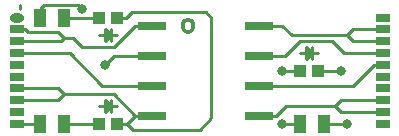
<source format=gbr>
G04 #@! TF.GenerationSoftware,KiCad,Pcbnew,(5.0.0)*
G04 #@! TF.CreationDate,2019-04-19T16:06:08+03:00*
G04 #@! TF.ProjectId,can_adapter,63616E5F616461707465722E6B696361,rev?*
G04 #@! TF.SameCoordinates,Original*
G04 #@! TF.FileFunction,Copper,L1,Top,Signal*
G04 #@! TF.FilePolarity,Positive*
%FSLAX46Y46*%
G04 Gerber Fmt 4.6, Leading zero omitted, Abs format (unit mm)*
G04 Created by KiCad (PCBNEW (5.0.0)) date 04/19/19 16:06:08*
%MOMM*%
%LPD*%
G01*
G04 APERTURE LIST*
G04 #@! TA.AperFunction,NonConductor*
%ADD10C,0.300000*%
G04 #@! TD*
G04 #@! TA.AperFunction,ComponentPad*
%ADD11R,1.200000X0.800000*%
G04 #@! TD*
G04 #@! TA.AperFunction,ComponentPad*
%ADD12O,1.200000X0.800000*%
G04 #@! TD*
G04 #@! TA.AperFunction,SMDPad,CuDef*
%ADD13R,2.350000X0.650000*%
G04 #@! TD*
G04 #@! TA.AperFunction,SMDPad,CuDef*
%ADD14R,1.000000X1.000000*%
G04 #@! TD*
G04 #@! TA.AperFunction,SMDPad,CuDef*
%ADD15R,1.000000X1.500000*%
G04 #@! TD*
G04 #@! TA.AperFunction,ViaPad*
%ADD16C,0.800000*%
G04 #@! TD*
G04 #@! TA.AperFunction,Conductor*
%ADD17C,0.250000*%
G04 #@! TD*
G04 APERTURE END LIST*
D10*
X174892857Y-51178571D02*
X174750000Y-51107142D01*
X174678571Y-51035714D01*
X174607142Y-50892857D01*
X174607142Y-50464285D01*
X174678571Y-50321428D01*
X174750000Y-50250000D01*
X174892857Y-50178571D01*
X175107142Y-50178571D01*
X175250000Y-50250000D01*
X175321428Y-50321428D01*
X175392857Y-50464285D01*
X175392857Y-50892857D01*
X175321428Y-51035714D01*
X175250000Y-51107142D01*
X175107142Y-51178571D01*
X174892857Y-51178571D01*
D11*
G04 #@! TO.P,A1,10B*
G04 #@! TO.N,Net-(A1-Pad10B)*
X191500000Y-50000000D03*
G04 #@! TO.P,A1,9B*
G04 #@! TO.N,Net-(A1-Pad8B)*
X191500000Y-51000000D03*
G04 #@! TO.P,A1,8B*
X191500000Y-52000000D03*
G04 #@! TO.P,A1,7B*
G04 #@! TO.N,Net-(A1-Pad7B)*
X191500000Y-53000000D03*
G04 #@! TO.P,A1,6B*
G04 #@! TO.N,Net-(A1-Pad6B)*
X191500000Y-54000000D03*
G04 #@! TO.P,A1,5B*
G04 #@! TO.N,Net-(A1-Pad5B)*
X191500000Y-55000000D03*
G04 #@! TO.P,A1,4B*
G04 #@! TO.N,Net-(A1-Pad4B)*
X191500000Y-56000000D03*
G04 #@! TO.P,A1,3B*
G04 #@! TO.N,Net-(A1-Pad2B)*
X191500000Y-57000000D03*
G04 #@! TO.P,A1,2B*
X191500000Y-58000000D03*
G04 #@! TO.P,A1,10A*
G04 #@! TO.N,Net-(A1-Pad10A)*
X160500000Y-59000000D03*
G04 #@! TO.P,A1,9A*
G04 #@! TO.N,Net-(A1-Pad9A)*
X160500000Y-58000000D03*
G04 #@! TO.P,A1,8A*
G04 #@! TO.N,Net-(A1-Pad7A)*
X160500000Y-57000000D03*
G04 #@! TO.P,A1,7A*
X160500000Y-56000000D03*
G04 #@! TO.P,A1,6A*
G04 #@! TO.N,Net-(A1-Pad6A)*
X160500000Y-55000000D03*
G04 #@! TO.P,A1,5A*
G04 #@! TO.N,Net-(A1-Pad5A)*
X160500000Y-54000000D03*
G04 #@! TO.P,A1,4A*
G04 #@! TO.N,Net-(A1-Pad4A)*
X160500000Y-53000000D03*
G04 #@! TO.P,A1,3A*
G04 #@! TO.N,Net-(A1-Pad2A)*
X160500000Y-52000000D03*
G04 #@! TO.P,A1,2A*
X160500000Y-51000000D03*
G04 #@! TO.P,A1,1B*
G04 #@! TO.N,Net-(A1-Pad1B)*
X191500000Y-59000000D03*
D12*
G04 #@! TO.P,A1,1A*
G04 #@! TO.N,Net-(A1-Pad1A)*
X160500000Y-50000000D03*
G04 #@! TD*
D13*
G04 #@! TO.P,DD1,8*
G04 #@! TO.N,Net-(A1-Pad8B)*
X181050000Y-50690000D03*
G04 #@! TO.P,DD1,7*
G04 #@! TO.N,Net-(A1-Pad7B)*
X181050000Y-53230000D03*
G04 #@! TO.P,DD1,6*
G04 #@! TO.N,Net-(A1-Pad6B)*
X181050000Y-55770000D03*
G04 #@! TO.P,DD1,5*
G04 #@! TO.N,Net-(A1-Pad2B)*
X181050000Y-58310000D03*
G04 #@! TO.P,DD1,4*
G04 #@! TO.N,Net-(A1-Pad7A)*
X171950000Y-58310000D03*
G04 #@! TO.P,DD1,3*
G04 #@! TO.N,Net-(A1-Pad4A)*
X171950000Y-55770000D03*
G04 #@! TO.P,DD1,2*
G04 #@! TO.N,Net-(A1-Pad5A)*
X171950000Y-53230000D03*
G04 #@! TO.P,DD1,1*
G04 #@! TO.N,Net-(A1-Pad2A)*
X171950000Y-50690000D03*
G04 #@! TD*
D14*
G04 #@! TO.P,HL1,2*
G04 #@! TO.N,Net-(A1-Pad7A)*
X169000000Y-59000000D03*
G04 #@! TO.P,HL1,1*
G04 #@! TO.N,Net-(HL1-Pad1)*
X167500000Y-59000000D03*
G04 #@! TD*
G04 #@! TO.P,HL2,1*
G04 #@! TO.N,Net-(HL2-Pad1)*
X167500000Y-50000000D03*
G04 #@! TO.P,HL2,2*
G04 #@! TO.N,Net-(A1-Pad7A)*
X169000000Y-50000000D03*
G04 #@! TD*
G04 #@! TO.P,HL3,1*
G04 #@! TO.N,Net-(HL3-Pad1)*
X184500000Y-54500000D03*
G04 #@! TO.P,HL3,2*
G04 #@! TO.N,Net-(A1-Pad5B)*
X186000000Y-54500000D03*
G04 #@! TD*
D15*
G04 #@! TO.P,R1,2*
G04 #@! TO.N,Net-(A1-Pad10A)*
X162500000Y-59000000D03*
G04 #@! TO.P,R1,1*
G04 #@! TO.N,Net-(HL1-Pad1)*
X164500000Y-59000000D03*
G04 #@! TD*
G04 #@! TO.P,R2,1*
G04 #@! TO.N,Net-(HL2-Pad1)*
X164500000Y-50000000D03*
G04 #@! TO.P,R2,2*
G04 #@! TO.N,Net-(A1-Pad6A)*
X162500000Y-50000000D03*
G04 #@! TD*
G04 #@! TO.P,R3,2*
G04 #@! TO.N,Net-(HL3-Pad1)*
X184500000Y-59000000D03*
G04 #@! TO.P,R3,1*
G04 #@! TO.N,Net-(A1-Pad4B)*
X186500000Y-59000000D03*
G04 #@! TD*
D16*
G04 #@! TO.N,Net-(A1-Pad5A)*
X168000000Y-54000000D03*
G04 #@! TO.N,Net-(A1-Pad5B)*
X188000000Y-54500000D03*
G04 #@! TO.N,Net-(A1-Pad4B)*
X188500000Y-59000000D03*
G04 #@! TO.N,Net-(A1-Pad6A)*
X166000000Y-49250000D03*
G04 #@! TO.N,Net-(HL3-Pad1)*
X183000000Y-59035000D03*
X183000000Y-54500000D03*
G04 #@! TD*
D17*
G04 #@! TO.N,*
X168499999Y-57500000D02*
X168000000Y-57999999D01*
X168000000Y-57999999D02*
X168000000Y-57000001D01*
X168000000Y-57000001D02*
X168499999Y-57500000D01*
X168499999Y-57500000D02*
X169000000Y-57500000D01*
X167500001Y-57500000D02*
X168499999Y-57500000D01*
X185000000Y-52500001D02*
X185499999Y-53000000D01*
X185000000Y-53499999D02*
X185000000Y-52500001D01*
X185499999Y-53000000D02*
X185000000Y-53499999D01*
X185499999Y-53000000D02*
X186000000Y-53000000D01*
X184500001Y-53000000D02*
X185499999Y-53000000D01*
X160750000Y-49250000D02*
X160750000Y-48900010D01*
X168500000Y-57000000D02*
X168500000Y-58000000D01*
X185500000Y-52500000D02*
X185500000Y-53500000D01*
X167500001Y-51500000D02*
X168499999Y-51500000D01*
X168499999Y-51500000D02*
X168000000Y-51999999D01*
X168000000Y-51999999D02*
X168000000Y-51000001D01*
X168000000Y-51000001D02*
X168499999Y-51500000D01*
X168499999Y-51500000D02*
X169000000Y-51500000D01*
X168500000Y-51000000D02*
X168500000Y-52000000D01*
G04 #@! TO.N,Net-(A1-Pad2A)*
X161250000Y-51000000D02*
X160500000Y-51000000D01*
X161500000Y-51250000D02*
X161250000Y-51000000D01*
X170525000Y-50690000D02*
X171950000Y-50690000D01*
X168715000Y-52500000D02*
X170525000Y-50690000D01*
X165250000Y-51750000D02*
X166000000Y-52500000D01*
X166000000Y-52500000D02*
X168715000Y-52500000D01*
X164000000Y-52000000D02*
X164250000Y-52000000D01*
X160500000Y-52000000D02*
X164000000Y-52000000D01*
X164250000Y-52000000D02*
X164500000Y-51750000D01*
X164500000Y-51750000D02*
X164000000Y-51250000D01*
X164000000Y-51250000D02*
X161500000Y-51250000D01*
X164500000Y-51750000D02*
X165250000Y-51750000D01*
G04 #@! TO.N,Net-(A1-Pad5A)*
X171950000Y-53230000D02*
X168770000Y-53230000D01*
X168770000Y-53230000D02*
X168000000Y-54000000D01*
G04 #@! TO.N,Net-(A1-Pad4A)*
X160500000Y-53000000D02*
X165000000Y-53000000D01*
X167770000Y-55770000D02*
X171950000Y-55770000D01*
X165000000Y-53000000D02*
X167770000Y-55770000D01*
G04 #@! TO.N,Net-(A1-Pad7A)*
X160500000Y-56000000D02*
X164000000Y-56000000D01*
X164000000Y-57000000D02*
X164500000Y-56500000D01*
X160500000Y-57000000D02*
X164000000Y-57000000D01*
X164000000Y-56000000D02*
X164500000Y-56500000D01*
X164500000Y-56500000D02*
X165500000Y-56500000D01*
X168715000Y-56500000D02*
X165500000Y-56500000D01*
X170525000Y-58310000D02*
X168715000Y-56500000D01*
X171950000Y-58310000D02*
X170525000Y-58310000D01*
X169835000Y-59000000D02*
X170525000Y-58310000D01*
X169000000Y-59000000D02*
X169835000Y-59000000D01*
X169750000Y-50000000D02*
X170250000Y-49500000D01*
X169000000Y-50000000D02*
X169750000Y-50000000D01*
X170250000Y-49500000D02*
X176500000Y-49500000D01*
X176500000Y-49500000D02*
X177000000Y-50000000D01*
X177000000Y-50000000D02*
X177000000Y-58500000D01*
X177000000Y-58500000D02*
X176000000Y-59500000D01*
X170335000Y-59500000D02*
X169835000Y-59000000D01*
X176000000Y-59500000D02*
X170335000Y-59500000D01*
G04 #@! TO.N,Net-(A1-Pad2B)*
X191500000Y-57000000D02*
X188000000Y-57000000D01*
X188000000Y-58000000D02*
X187500000Y-57500000D01*
X191500000Y-58000000D02*
X188000000Y-58000000D01*
X188000000Y-57000000D02*
X187500000Y-57500000D01*
X183285000Y-57500000D02*
X186000000Y-57500000D01*
X182475000Y-58310000D02*
X183285000Y-57500000D01*
X181050000Y-58310000D02*
X182475000Y-58310000D01*
X187500000Y-57500000D02*
X186000000Y-57500000D01*
G04 #@! TO.N,Net-(A1-Pad6B)*
X190770000Y-54000000D02*
X189000000Y-55770000D01*
X191500000Y-54000000D02*
X190770000Y-54000000D01*
X181050000Y-55770000D02*
X189000000Y-55770000D01*
G04 #@! TO.N,Net-(A1-Pad7B)*
X191500000Y-53000000D02*
X188250000Y-53000000D01*
X188250000Y-53000000D02*
X187200010Y-51950010D01*
X184529990Y-51950010D02*
X183250000Y-53230000D01*
X187200010Y-51950010D02*
X184529990Y-51950010D01*
X181050000Y-53230000D02*
X183250000Y-53230000D01*
G04 #@! TO.N,Net-(A1-Pad8B)*
X191500000Y-52000000D02*
X189000000Y-52000000D01*
X189000000Y-51000000D02*
X188500000Y-51500000D01*
X191500000Y-51000000D02*
X189000000Y-51000000D01*
X189000000Y-52000000D02*
X188500000Y-51500000D01*
X183810000Y-51500000D02*
X183000000Y-50690000D01*
X188500000Y-51500000D02*
X183810000Y-51500000D01*
X183000000Y-50690000D02*
X181050000Y-50690000D01*
G04 #@! TO.N,Net-(A1-Pad5B)*
X188000000Y-54500000D02*
X186000000Y-54500000D01*
G04 #@! TO.N,Net-(A1-Pad4B)*
X188500000Y-59000000D02*
X186500000Y-59000000D01*
G04 #@! TO.N,Net-(A1-Pad10A)*
X162500000Y-59000000D02*
X160500000Y-59000000D01*
G04 #@! TO.N,Net-(A1-Pad6A)*
X165674999Y-48924999D02*
X166000000Y-49250000D01*
X162825001Y-48924999D02*
X165674999Y-48924999D01*
X162500000Y-49250000D02*
X162825001Y-48924999D01*
X162500000Y-50000000D02*
X162500000Y-49250000D01*
G04 #@! TO.N,Net-(HL1-Pad1)*
X164500000Y-59000000D02*
X167500000Y-59000000D01*
G04 #@! TO.N,Net-(HL2-Pad1)*
X164500000Y-50000000D02*
X167500000Y-50000000D01*
G04 #@! TO.N,Net-(HL3-Pad1)*
X184500000Y-59000000D02*
X183035000Y-59000000D01*
X183035000Y-59000000D02*
X183000000Y-59035000D01*
X183000000Y-54500000D02*
X184500000Y-54500000D01*
G04 #@! TD*
M02*

</source>
